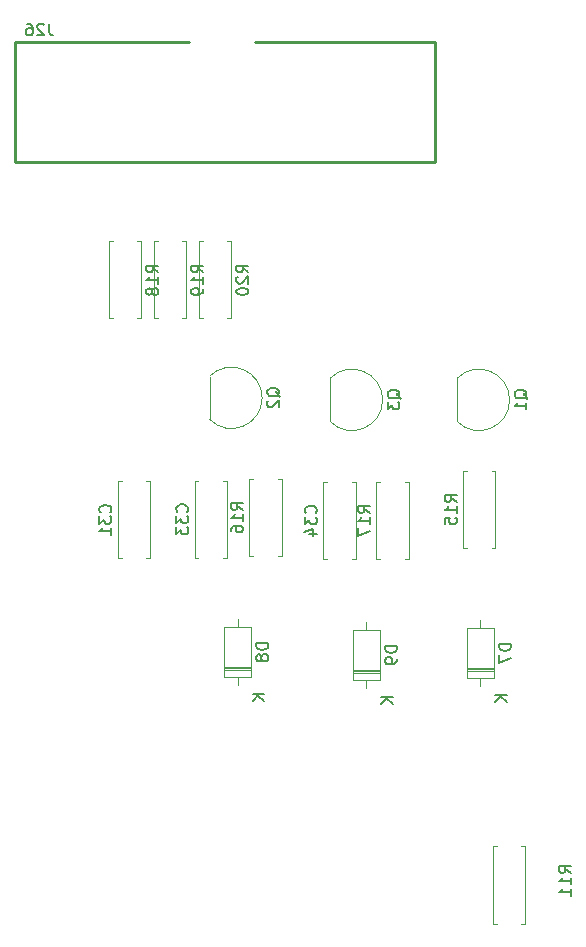
<source format=gbo>
G04 #@! TF.GenerationSoftware,KiCad,Pcbnew,(5.1.10-1-10_14)*
G04 #@! TF.CreationDate,2022-06-09T22:45:46-07:00*
G04 #@! TF.ProjectId,Control_Boards,436f6e74-726f-46c5-9f42-6f617264732e,rev?*
G04 #@! TF.SameCoordinates,Original*
G04 #@! TF.FileFunction,Legend,Bot*
G04 #@! TF.FilePolarity,Positive*
%FSLAX46Y46*%
G04 Gerber Fmt 4.6, Leading zero omitted, Abs format (unit mm)*
G04 Created by KiCad (PCBNEW (5.1.10-1-10_14)) date 2022-06-09 22:45:46*
%MOMM*%
%LPD*%
G01*
G04 APERTURE LIST*
%ADD10C,0.250000*%
%ADD11C,0.120000*%
%ADD12C,0.150000*%
G04 APERTURE END LIST*
D10*
X98044000Y-60452000D02*
X98044000Y-50292000D01*
X98044000Y-50292000D02*
X112776000Y-50292000D01*
X133604000Y-50292000D02*
X133604000Y-60452000D01*
X133604000Y-60452000D02*
X98044000Y-60452000D01*
X133604000Y-50292000D02*
X118364000Y-50292000D01*
D11*
X138534000Y-103523826D02*
X136294000Y-103523826D01*
X138534000Y-103283826D02*
X136294000Y-103283826D01*
X138534000Y-103403826D02*
X136294000Y-103403826D01*
X137414000Y-99233826D02*
X137414000Y-99883826D01*
X137414000Y-104773826D02*
X137414000Y-104123826D01*
X138534000Y-99883826D02*
X138534000Y-104123826D01*
X136294000Y-99883826D02*
X138534000Y-99883826D01*
X136294000Y-104123826D02*
X136294000Y-99883826D01*
X138534000Y-104123826D02*
X136294000Y-104123826D01*
X117984499Y-103442817D02*
X115744499Y-103442817D01*
X117984499Y-103202817D02*
X115744499Y-103202817D01*
X117984499Y-103322817D02*
X115744499Y-103322817D01*
X116864499Y-99152817D02*
X116864499Y-99802817D01*
X116864499Y-104692817D02*
X116864499Y-104042817D01*
X117984499Y-99802817D02*
X117984499Y-104042817D01*
X115744499Y-99802817D02*
X117984499Y-99802817D01*
X115744499Y-104042817D02*
X115744499Y-99802817D01*
X117984499Y-104042817D02*
X115744499Y-104042817D01*
X128882000Y-103691500D02*
X126642000Y-103691500D01*
X128882000Y-103451500D02*
X126642000Y-103451500D01*
X128882000Y-103571500D02*
X126642000Y-103571500D01*
X127762000Y-99401500D02*
X127762000Y-100051500D01*
X127762000Y-104941500D02*
X127762000Y-104291500D01*
X128882000Y-100051500D02*
X128882000Y-104291500D01*
X126642000Y-100051500D02*
X128882000Y-100051500D01*
X126642000Y-104291500D02*
X126642000Y-100051500D01*
X128882000Y-104291500D02*
X126642000Y-104291500D01*
X135437000Y-82381500D02*
X135437000Y-78781500D01*
X135448522Y-78743022D02*
G75*
G02*
X139887000Y-80581500I1838478J-1838478D01*
G01*
X135448522Y-82419978D02*
G75*
G03*
X139887000Y-80581500I1838478J1838478D01*
G01*
X114481099Y-82209017D02*
X114481099Y-78609017D01*
X114492621Y-78570539D02*
G75*
G02*
X118931099Y-80409017I1838478J-1838478D01*
G01*
X114492621Y-82247495D02*
G75*
G03*
X118931099Y-80409017I1838478J1838478D01*
G01*
X124689084Y-82381500D02*
X124689084Y-78781500D01*
X124700606Y-78743022D02*
G75*
G02*
X129139084Y-80581500I1838478J-1838478D01*
G01*
X124700606Y-82419978D02*
G75*
G03*
X129139084Y-80581500I1838478J1838478D01*
G01*
X109447000Y-94011500D02*
X109117000Y-94011500D01*
X109447000Y-87471500D02*
X109447000Y-94011500D01*
X109117000Y-87471500D02*
X109447000Y-87471500D01*
X106707000Y-94011500D02*
X107037000Y-94011500D01*
X106707000Y-87471500D02*
X106707000Y-94011500D01*
X107037000Y-87471500D02*
X106707000Y-87471500D01*
X138457000Y-118396000D02*
X138787000Y-118396000D01*
X138457000Y-124936000D02*
X138457000Y-118396000D01*
X138787000Y-124936000D02*
X138457000Y-124936000D01*
X141197000Y-118396000D02*
X140867000Y-118396000D01*
X141197000Y-124936000D02*
X141197000Y-118396000D01*
X140867000Y-124936000D02*
X141197000Y-124936000D01*
X138682400Y-93132626D02*
X138352400Y-93132626D01*
X138682400Y-86592626D02*
X138682400Y-93132626D01*
X138352400Y-86592626D02*
X138682400Y-86592626D01*
X135942400Y-93132626D02*
X136272400Y-93132626D01*
X135942400Y-86592626D02*
X135942400Y-93132626D01*
X136272400Y-86592626D02*
X135942400Y-86592626D01*
X120596699Y-93813617D02*
X120266699Y-93813617D01*
X120596699Y-87273617D02*
X120596699Y-93813617D01*
X120266699Y-87273617D02*
X120596699Y-87273617D01*
X117856699Y-93813617D02*
X118186699Y-93813617D01*
X117856699Y-87273617D02*
X117856699Y-93813617D01*
X118186699Y-87273617D02*
X117856699Y-87273617D01*
X131338084Y-94051750D02*
X131008084Y-94051750D01*
X131338084Y-87511750D02*
X131338084Y-94051750D01*
X131008084Y-87511750D02*
X131338084Y-87511750D01*
X128598084Y-94051750D02*
X128928084Y-94051750D01*
X128598084Y-87511750D02*
X128598084Y-94051750D01*
X128928084Y-87511750D02*
X128598084Y-87511750D01*
X105945000Y-67151500D02*
X106275000Y-67151500D01*
X105945000Y-73691500D02*
X105945000Y-67151500D01*
X106275000Y-73691500D02*
X105945000Y-73691500D01*
X108685000Y-67151500D02*
X108355000Y-67151500D01*
X108685000Y-73691500D02*
X108685000Y-67151500D01*
X108355000Y-73691500D02*
X108685000Y-73691500D01*
X109755000Y-67151500D02*
X110085000Y-67151500D01*
X109755000Y-73691500D02*
X109755000Y-67151500D01*
X110085000Y-73691500D02*
X109755000Y-73691500D01*
X112495000Y-67151500D02*
X112165000Y-67151500D01*
X112495000Y-73691500D02*
X112495000Y-67151500D01*
X112165000Y-73691500D02*
X112495000Y-73691500D01*
X113565000Y-67151500D02*
X113895000Y-67151500D01*
X113565000Y-73691500D02*
X113565000Y-67151500D01*
X113895000Y-73691500D02*
X113565000Y-73691500D01*
X116305000Y-67151500D02*
X115975000Y-67151500D01*
X116305000Y-73691500D02*
X116305000Y-67151500D01*
X115975000Y-73691500D02*
X116305000Y-73691500D01*
X115948499Y-93966017D02*
X115618499Y-93966017D01*
X115948499Y-87426017D02*
X115948499Y-93966017D01*
X115618499Y-87426017D02*
X115948499Y-87426017D01*
X113208499Y-93966017D02*
X113538499Y-93966017D01*
X113208499Y-87426017D02*
X113208499Y-93966017D01*
X113538499Y-87426017D02*
X113208499Y-87426017D01*
X126842284Y-94077150D02*
X126512284Y-94077150D01*
X126842284Y-87537150D02*
X126842284Y-94077150D01*
X126512284Y-87537150D02*
X126842284Y-87537150D01*
X124102284Y-94077150D02*
X124432284Y-94077150D01*
X124102284Y-87537150D02*
X124102284Y-94077150D01*
X124432284Y-87537150D02*
X124102284Y-87537150D01*
D12*
X100885523Y-48728380D02*
X100885523Y-49442666D01*
X100933142Y-49585523D01*
X101028380Y-49680761D01*
X101171238Y-49728380D01*
X101266476Y-49728380D01*
X100456952Y-48823619D02*
X100409333Y-48776000D01*
X100314095Y-48728380D01*
X100076000Y-48728380D01*
X99980761Y-48776000D01*
X99933142Y-48823619D01*
X99885523Y-48918857D01*
X99885523Y-49014095D01*
X99933142Y-49156952D01*
X100504571Y-49728380D01*
X99885523Y-49728380D01*
X99028380Y-48728380D02*
X99218857Y-48728380D01*
X99314095Y-48776000D01*
X99361714Y-48823619D01*
X99456952Y-48966476D01*
X99504571Y-49156952D01*
X99504571Y-49537904D01*
X99456952Y-49633142D01*
X99409333Y-49680761D01*
X99314095Y-49728380D01*
X99123619Y-49728380D01*
X99028380Y-49680761D01*
X98980761Y-49633142D01*
X98933142Y-49537904D01*
X98933142Y-49299809D01*
X98980761Y-49204571D01*
X99028380Y-49156952D01*
X99123619Y-49109333D01*
X99314095Y-49109333D01*
X99409333Y-49156952D01*
X99456952Y-49204571D01*
X99504571Y-49299809D01*
X139986380Y-101265730D02*
X138986380Y-101265730D01*
X138986380Y-101503826D01*
X139034000Y-101646683D01*
X139129238Y-101741921D01*
X139224476Y-101789540D01*
X139414952Y-101837159D01*
X139557809Y-101837159D01*
X139748285Y-101789540D01*
X139843523Y-101741921D01*
X139938761Y-101646683D01*
X139986380Y-101503826D01*
X139986380Y-101265730D01*
X138986380Y-102170492D02*
X138986380Y-102837159D01*
X139986380Y-102408587D01*
X139666380Y-105551921D02*
X138666380Y-105551921D01*
X139666380Y-106123349D02*
X139094952Y-105694778D01*
X138666380Y-106123349D02*
X139237809Y-105551921D01*
X119436879Y-101184721D02*
X118436879Y-101184721D01*
X118436879Y-101422817D01*
X118484499Y-101565674D01*
X118579737Y-101660912D01*
X118674975Y-101708531D01*
X118865451Y-101756150D01*
X119008308Y-101756150D01*
X119198784Y-101708531D01*
X119294022Y-101660912D01*
X119389260Y-101565674D01*
X119436879Y-101422817D01*
X119436879Y-101184721D01*
X118865451Y-102327578D02*
X118817832Y-102232340D01*
X118770213Y-102184721D01*
X118674975Y-102137102D01*
X118627356Y-102137102D01*
X118532118Y-102184721D01*
X118484499Y-102232340D01*
X118436879Y-102327578D01*
X118436879Y-102518055D01*
X118484499Y-102613293D01*
X118532118Y-102660912D01*
X118627356Y-102708531D01*
X118674975Y-102708531D01*
X118770213Y-102660912D01*
X118817832Y-102613293D01*
X118865451Y-102518055D01*
X118865451Y-102327578D01*
X118913070Y-102232340D01*
X118960689Y-102184721D01*
X119055927Y-102137102D01*
X119246403Y-102137102D01*
X119341641Y-102184721D01*
X119389260Y-102232340D01*
X119436879Y-102327578D01*
X119436879Y-102518055D01*
X119389260Y-102613293D01*
X119341641Y-102660912D01*
X119246403Y-102708531D01*
X119055927Y-102708531D01*
X118960689Y-102660912D01*
X118913070Y-102613293D01*
X118865451Y-102518055D01*
X119116879Y-105470912D02*
X118116879Y-105470912D01*
X119116879Y-106042340D02*
X118545451Y-105613769D01*
X118116879Y-106042340D02*
X118688308Y-105470912D01*
X130334380Y-101433404D02*
X129334380Y-101433404D01*
X129334380Y-101671500D01*
X129382000Y-101814357D01*
X129477238Y-101909595D01*
X129572476Y-101957214D01*
X129762952Y-102004833D01*
X129905809Y-102004833D01*
X130096285Y-101957214D01*
X130191523Y-101909595D01*
X130286761Y-101814357D01*
X130334380Y-101671500D01*
X130334380Y-101433404D01*
X130334380Y-102481023D02*
X130334380Y-102671500D01*
X130286761Y-102766738D01*
X130239142Y-102814357D01*
X130096285Y-102909595D01*
X129905809Y-102957214D01*
X129524857Y-102957214D01*
X129429619Y-102909595D01*
X129382000Y-102861976D01*
X129334380Y-102766738D01*
X129334380Y-102576261D01*
X129382000Y-102481023D01*
X129429619Y-102433404D01*
X129524857Y-102385785D01*
X129762952Y-102385785D01*
X129858190Y-102433404D01*
X129905809Y-102481023D01*
X129953428Y-102576261D01*
X129953428Y-102766738D01*
X129905809Y-102861976D01*
X129858190Y-102909595D01*
X129762952Y-102957214D01*
X130014380Y-105719595D02*
X129014380Y-105719595D01*
X130014380Y-106291023D02*
X129442952Y-105862452D01*
X129014380Y-106291023D02*
X129585809Y-105719595D01*
X141394619Y-80486261D02*
X141347000Y-80391023D01*
X141251761Y-80295785D01*
X141108904Y-80152928D01*
X141061285Y-80057690D01*
X141061285Y-79962452D01*
X141299380Y-80010071D02*
X141251761Y-79914833D01*
X141156523Y-79819595D01*
X140966047Y-79771976D01*
X140632714Y-79771976D01*
X140442238Y-79819595D01*
X140347000Y-79914833D01*
X140299380Y-80010071D01*
X140299380Y-80200547D01*
X140347000Y-80295785D01*
X140442238Y-80391023D01*
X140632714Y-80438642D01*
X140966047Y-80438642D01*
X141156523Y-80391023D01*
X141251761Y-80295785D01*
X141299380Y-80200547D01*
X141299380Y-80010071D01*
X141299380Y-81391023D02*
X141299380Y-80819595D01*
X141299380Y-81105309D02*
X140299380Y-81105309D01*
X140442238Y-81010071D01*
X140537476Y-80914833D01*
X140585095Y-80819595D01*
X120438718Y-80313778D02*
X120391099Y-80218540D01*
X120295860Y-80123302D01*
X120153003Y-79980445D01*
X120105384Y-79885207D01*
X120105384Y-79789969D01*
X120343479Y-79837588D02*
X120295860Y-79742350D01*
X120200622Y-79647112D01*
X120010146Y-79599493D01*
X119676813Y-79599493D01*
X119486337Y-79647112D01*
X119391099Y-79742350D01*
X119343479Y-79837588D01*
X119343479Y-80028064D01*
X119391099Y-80123302D01*
X119486337Y-80218540D01*
X119676813Y-80266159D01*
X120010146Y-80266159D01*
X120200622Y-80218540D01*
X120295860Y-80123302D01*
X120343479Y-80028064D01*
X120343479Y-79837588D01*
X119438718Y-80647112D02*
X119391099Y-80694731D01*
X119343479Y-80789969D01*
X119343479Y-81028064D01*
X119391099Y-81123302D01*
X119438718Y-81170921D01*
X119533956Y-81218540D01*
X119629194Y-81218540D01*
X119772051Y-81170921D01*
X120343479Y-80599493D01*
X120343479Y-81218540D01*
X130646703Y-80486261D02*
X130599084Y-80391023D01*
X130503845Y-80295785D01*
X130360988Y-80152928D01*
X130313369Y-80057690D01*
X130313369Y-79962452D01*
X130551464Y-80010071D02*
X130503845Y-79914833D01*
X130408607Y-79819595D01*
X130218131Y-79771976D01*
X129884798Y-79771976D01*
X129694322Y-79819595D01*
X129599084Y-79914833D01*
X129551464Y-80010071D01*
X129551464Y-80200547D01*
X129599084Y-80295785D01*
X129694322Y-80391023D01*
X129884798Y-80438642D01*
X130218131Y-80438642D01*
X130408607Y-80391023D01*
X130503845Y-80295785D01*
X130551464Y-80200547D01*
X130551464Y-80010071D01*
X129551464Y-80771976D02*
X129551464Y-81391023D01*
X129932417Y-81057690D01*
X129932417Y-81200547D01*
X129980036Y-81295785D01*
X130027655Y-81343404D01*
X130122893Y-81391023D01*
X130360988Y-81391023D01*
X130456226Y-81343404D01*
X130503845Y-81295785D01*
X130551464Y-81200547D01*
X130551464Y-80914833D01*
X130503845Y-80819595D01*
X130456226Y-80771976D01*
X106064142Y-90098642D02*
X106111761Y-90051023D01*
X106159380Y-89908166D01*
X106159380Y-89812928D01*
X106111761Y-89670071D01*
X106016523Y-89574833D01*
X105921285Y-89527214D01*
X105730809Y-89479595D01*
X105587952Y-89479595D01*
X105397476Y-89527214D01*
X105302238Y-89574833D01*
X105207000Y-89670071D01*
X105159380Y-89812928D01*
X105159380Y-89908166D01*
X105207000Y-90051023D01*
X105254619Y-90098642D01*
X105159380Y-90431976D02*
X105159380Y-91051023D01*
X105540333Y-90717690D01*
X105540333Y-90860547D01*
X105587952Y-90955785D01*
X105635571Y-91003404D01*
X105730809Y-91051023D01*
X105968904Y-91051023D01*
X106064142Y-91003404D01*
X106111761Y-90955785D01*
X106159380Y-90860547D01*
X106159380Y-90574833D01*
X106111761Y-90479595D01*
X106064142Y-90431976D01*
X106159380Y-92003404D02*
X106159380Y-91431976D01*
X106159380Y-91717690D02*
X105159380Y-91717690D01*
X105302238Y-91622452D01*
X105397476Y-91527214D01*
X105445095Y-91431976D01*
X145079980Y-120642142D02*
X144603790Y-120308809D01*
X145079980Y-120070714D02*
X144079980Y-120070714D01*
X144079980Y-120451666D01*
X144127600Y-120546904D01*
X144175219Y-120594523D01*
X144270457Y-120642142D01*
X144413314Y-120642142D01*
X144508552Y-120594523D01*
X144556171Y-120546904D01*
X144603790Y-120451666D01*
X144603790Y-120070714D01*
X145079980Y-121594523D02*
X145079980Y-121023095D01*
X145079980Y-121308809D02*
X144079980Y-121308809D01*
X144222838Y-121213571D01*
X144318076Y-121118333D01*
X144365695Y-121023095D01*
X145079980Y-122546904D02*
X145079980Y-121975476D01*
X145079980Y-122261190D02*
X144079980Y-122261190D01*
X144222838Y-122165952D01*
X144318076Y-122070714D01*
X144365695Y-121975476D01*
X135394780Y-89219768D02*
X134918590Y-88886435D01*
X135394780Y-88648340D02*
X134394780Y-88648340D01*
X134394780Y-89029292D01*
X134442400Y-89124530D01*
X134490019Y-89172149D01*
X134585257Y-89219768D01*
X134728114Y-89219768D01*
X134823352Y-89172149D01*
X134870971Y-89124530D01*
X134918590Y-89029292D01*
X134918590Y-88648340D01*
X135394780Y-90172149D02*
X135394780Y-89600721D01*
X135394780Y-89886435D02*
X134394780Y-89886435D01*
X134537638Y-89791197D01*
X134632876Y-89695959D01*
X134680495Y-89600721D01*
X134394780Y-91076911D02*
X134394780Y-90600721D01*
X134870971Y-90553102D01*
X134823352Y-90600721D01*
X134775733Y-90695959D01*
X134775733Y-90934054D01*
X134823352Y-91029292D01*
X134870971Y-91076911D01*
X134966209Y-91124530D01*
X135204304Y-91124530D01*
X135299542Y-91076911D01*
X135347161Y-91029292D01*
X135394780Y-90934054D01*
X135394780Y-90695959D01*
X135347161Y-90600721D01*
X135299542Y-90553102D01*
X117309079Y-89900759D02*
X116832889Y-89567426D01*
X117309079Y-89329331D02*
X116309079Y-89329331D01*
X116309079Y-89710283D01*
X116356699Y-89805521D01*
X116404318Y-89853140D01*
X116499556Y-89900759D01*
X116642413Y-89900759D01*
X116737651Y-89853140D01*
X116785270Y-89805521D01*
X116832889Y-89710283D01*
X116832889Y-89329331D01*
X117309079Y-90853140D02*
X117309079Y-90281712D01*
X117309079Y-90567426D02*
X116309079Y-90567426D01*
X116451937Y-90472188D01*
X116547175Y-90376950D01*
X116594794Y-90281712D01*
X116309079Y-91710283D02*
X116309079Y-91519807D01*
X116356699Y-91424569D01*
X116404318Y-91376950D01*
X116547175Y-91281712D01*
X116737651Y-91234093D01*
X117118603Y-91234093D01*
X117213841Y-91281712D01*
X117261460Y-91329331D01*
X117309079Y-91424569D01*
X117309079Y-91615045D01*
X117261460Y-91710283D01*
X117213841Y-91757902D01*
X117118603Y-91805521D01*
X116880508Y-91805521D01*
X116785270Y-91757902D01*
X116737651Y-91710283D01*
X116690032Y-91615045D01*
X116690032Y-91424569D01*
X116737651Y-91329331D01*
X116785270Y-91281712D01*
X116880508Y-91234093D01*
X128050464Y-90138892D02*
X127574274Y-89805559D01*
X128050464Y-89567464D02*
X127050464Y-89567464D01*
X127050464Y-89948416D01*
X127098084Y-90043654D01*
X127145703Y-90091273D01*
X127240941Y-90138892D01*
X127383798Y-90138892D01*
X127479036Y-90091273D01*
X127526655Y-90043654D01*
X127574274Y-89948416D01*
X127574274Y-89567464D01*
X128050464Y-91091273D02*
X128050464Y-90519845D01*
X128050464Y-90805559D02*
X127050464Y-90805559D01*
X127193322Y-90710321D01*
X127288560Y-90615083D01*
X127336179Y-90519845D01*
X127050464Y-91424607D02*
X127050464Y-92091273D01*
X128050464Y-91662702D01*
X110137380Y-69778642D02*
X109661190Y-69445309D01*
X110137380Y-69207214D02*
X109137380Y-69207214D01*
X109137380Y-69588166D01*
X109185000Y-69683404D01*
X109232619Y-69731023D01*
X109327857Y-69778642D01*
X109470714Y-69778642D01*
X109565952Y-69731023D01*
X109613571Y-69683404D01*
X109661190Y-69588166D01*
X109661190Y-69207214D01*
X110137380Y-70731023D02*
X110137380Y-70159595D01*
X110137380Y-70445309D02*
X109137380Y-70445309D01*
X109280238Y-70350071D01*
X109375476Y-70254833D01*
X109423095Y-70159595D01*
X109565952Y-71302452D02*
X109518333Y-71207214D01*
X109470714Y-71159595D01*
X109375476Y-71111976D01*
X109327857Y-71111976D01*
X109232619Y-71159595D01*
X109185000Y-71207214D01*
X109137380Y-71302452D01*
X109137380Y-71492928D01*
X109185000Y-71588166D01*
X109232619Y-71635785D01*
X109327857Y-71683404D01*
X109375476Y-71683404D01*
X109470714Y-71635785D01*
X109518333Y-71588166D01*
X109565952Y-71492928D01*
X109565952Y-71302452D01*
X109613571Y-71207214D01*
X109661190Y-71159595D01*
X109756428Y-71111976D01*
X109946904Y-71111976D01*
X110042142Y-71159595D01*
X110089761Y-71207214D01*
X110137380Y-71302452D01*
X110137380Y-71492928D01*
X110089761Y-71588166D01*
X110042142Y-71635785D01*
X109946904Y-71683404D01*
X109756428Y-71683404D01*
X109661190Y-71635785D01*
X109613571Y-71588166D01*
X109565952Y-71492928D01*
X113947380Y-69778642D02*
X113471190Y-69445309D01*
X113947380Y-69207214D02*
X112947380Y-69207214D01*
X112947380Y-69588166D01*
X112995000Y-69683404D01*
X113042619Y-69731023D01*
X113137857Y-69778642D01*
X113280714Y-69778642D01*
X113375952Y-69731023D01*
X113423571Y-69683404D01*
X113471190Y-69588166D01*
X113471190Y-69207214D01*
X113947380Y-70731023D02*
X113947380Y-70159595D01*
X113947380Y-70445309D02*
X112947380Y-70445309D01*
X113090238Y-70350071D01*
X113185476Y-70254833D01*
X113233095Y-70159595D01*
X113947380Y-71207214D02*
X113947380Y-71397690D01*
X113899761Y-71492928D01*
X113852142Y-71540547D01*
X113709285Y-71635785D01*
X113518809Y-71683404D01*
X113137857Y-71683404D01*
X113042619Y-71635785D01*
X112995000Y-71588166D01*
X112947380Y-71492928D01*
X112947380Y-71302452D01*
X112995000Y-71207214D01*
X113042619Y-71159595D01*
X113137857Y-71111976D01*
X113375952Y-71111976D01*
X113471190Y-71159595D01*
X113518809Y-71207214D01*
X113566428Y-71302452D01*
X113566428Y-71492928D01*
X113518809Y-71588166D01*
X113471190Y-71635785D01*
X113375952Y-71683404D01*
X117757380Y-69778642D02*
X117281190Y-69445309D01*
X117757380Y-69207214D02*
X116757380Y-69207214D01*
X116757380Y-69588166D01*
X116805000Y-69683404D01*
X116852619Y-69731023D01*
X116947857Y-69778642D01*
X117090714Y-69778642D01*
X117185952Y-69731023D01*
X117233571Y-69683404D01*
X117281190Y-69588166D01*
X117281190Y-69207214D01*
X116852619Y-70159595D02*
X116805000Y-70207214D01*
X116757380Y-70302452D01*
X116757380Y-70540547D01*
X116805000Y-70635785D01*
X116852619Y-70683404D01*
X116947857Y-70731023D01*
X117043095Y-70731023D01*
X117185952Y-70683404D01*
X117757380Y-70111976D01*
X117757380Y-70731023D01*
X116757380Y-71350071D02*
X116757380Y-71445309D01*
X116805000Y-71540547D01*
X116852619Y-71588166D01*
X116947857Y-71635785D01*
X117138333Y-71683404D01*
X117376428Y-71683404D01*
X117566904Y-71635785D01*
X117662142Y-71588166D01*
X117709761Y-71540547D01*
X117757380Y-71445309D01*
X117757380Y-71350071D01*
X117709761Y-71254833D01*
X117662142Y-71207214D01*
X117566904Y-71159595D01*
X117376428Y-71111976D01*
X117138333Y-71111976D01*
X116947857Y-71159595D01*
X116852619Y-71207214D01*
X116805000Y-71254833D01*
X116757380Y-71350071D01*
X112565641Y-90053159D02*
X112613260Y-90005540D01*
X112660879Y-89862683D01*
X112660879Y-89767445D01*
X112613260Y-89624588D01*
X112518022Y-89529350D01*
X112422784Y-89481731D01*
X112232308Y-89434112D01*
X112089451Y-89434112D01*
X111898975Y-89481731D01*
X111803737Y-89529350D01*
X111708499Y-89624588D01*
X111660879Y-89767445D01*
X111660879Y-89862683D01*
X111708499Y-90005540D01*
X111756118Y-90053159D01*
X111660879Y-90386493D02*
X111660879Y-91005540D01*
X112041832Y-90672207D01*
X112041832Y-90815064D01*
X112089451Y-90910302D01*
X112137070Y-90957921D01*
X112232308Y-91005540D01*
X112470403Y-91005540D01*
X112565641Y-90957921D01*
X112613260Y-90910302D01*
X112660879Y-90815064D01*
X112660879Y-90529350D01*
X112613260Y-90434112D01*
X112565641Y-90386493D01*
X111660879Y-91338874D02*
X111660879Y-91957921D01*
X112041832Y-91624588D01*
X112041832Y-91767445D01*
X112089451Y-91862683D01*
X112137070Y-91910302D01*
X112232308Y-91957921D01*
X112470403Y-91957921D01*
X112565641Y-91910302D01*
X112613260Y-91862683D01*
X112660879Y-91767445D01*
X112660879Y-91481731D01*
X112613260Y-91386493D01*
X112565641Y-91338874D01*
X123459426Y-90164292D02*
X123507045Y-90116673D01*
X123554664Y-89973816D01*
X123554664Y-89878578D01*
X123507045Y-89735721D01*
X123411807Y-89640483D01*
X123316569Y-89592864D01*
X123126093Y-89545245D01*
X122983236Y-89545245D01*
X122792760Y-89592864D01*
X122697522Y-89640483D01*
X122602284Y-89735721D01*
X122554664Y-89878578D01*
X122554664Y-89973816D01*
X122602284Y-90116673D01*
X122649903Y-90164292D01*
X122554664Y-90497626D02*
X122554664Y-91116673D01*
X122935617Y-90783340D01*
X122935617Y-90926197D01*
X122983236Y-91021435D01*
X123030855Y-91069054D01*
X123126093Y-91116673D01*
X123364188Y-91116673D01*
X123459426Y-91069054D01*
X123507045Y-91021435D01*
X123554664Y-90926197D01*
X123554664Y-90640483D01*
X123507045Y-90545245D01*
X123459426Y-90497626D01*
X122887998Y-91973816D02*
X123554664Y-91973816D01*
X122507045Y-91735721D02*
X123221331Y-91497626D01*
X123221331Y-92116673D01*
M02*

</source>
